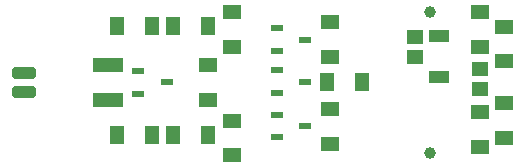
<source format=gbr>
%FSTAX25Y25*%
%MOMM*%
%SFA1B1*%

%IPPOS*%
%AMD16*
4,1,8,-1.000760,0.248920,-1.000760,-0.248920,-0.749300,-0.500380,0.749300,-0.500380,1.000760,-0.248920,1.000760,0.248920,0.749300,0.500380,-0.749300,0.500380,-1.000760,0.248920,0.0*
1,1,0.500000,-0.749300,0.248920*
1,1,0.500000,-0.749300,-0.248920*
1,1,0.500000,0.749300,-0.248920*
1,1,0.500000,0.749300,0.248920*
%
%ADD10R,1.749997X0.999998*%
%ADD11R,1.549997X1.299997*%
%ADD12R,0.999998X0.599999*%
%ADD13R,1.299997X1.549997*%
%ADD14R,2.649995X1.149998*%
%ADD15R,1.349997X1.199998*%
G04~CAMADD=16~8~0.0~0.0~393.7~787.4~98.4~0.0~15~0.0~0.0~0.0~0.0~0~0.0~0.0~0.0~0.0~0~0.0~0.0~0.0~90.0~788.0~394.0*
%ADD16D16*%
%ADD17C,0.999998*%
%LNmicamp_paste_top-1*%
%LPD*%
G54D10*
X-1524998Y0042499D03*
Y0392498D03*
G54D11*
X-2449997Y0509998D03*
Y0214998D03*
X-3274999Y-0617499D03*
Y-0322498D03*
Y0302498D03*
Y0597499D03*
X-3477498Y0147497D03*
Y-0147497D03*
X-2449997Y-0222498D03*
Y-0517499D03*
X-1174998Y-0252498D03*
Y-0547499D03*
Y0302498D03*
Y0597499D03*
X-0974999Y0177497D03*
Y0472498D03*
Y-0472498D03*
Y-0177497D03*
G54D12*
X-2894998Y-0274998D03*
Y-0464997D03*
X-2654998Y-0369999D03*
X-4069999Y0094998D03*
Y-0094998D03*
X-3829999Y0D03*
X-2894998Y0457499D03*
Y0267497D03*
X-2654998Y0362498D03*
X-2894998Y0102499D03*
Y-0087497D03*
X-2654998Y0007498D03*
G54D13*
X-3477498Y0474997D03*
X-3772499D03*
Y-0444997D03*
X-3477498D03*
X-3952499D03*
X-4247499D03*
X-3952499Y0474997D03*
X-4247499D03*
X-2177498Y0D03*
X-2472499D03*
G54D14*
X-4324997Y0147497D03*
Y-0147497D03*
G54D15*
X-1724997Y0217497D03*
Y0387499D03*
X-1174998Y0109999D03*
Y-0059999D03*
G54D16*
X-5034998Y-0079999D03*
Y0079999D03*
G54D17*
X-1599999Y0599998D03*
Y-0599998D03*
M02*
</source>
